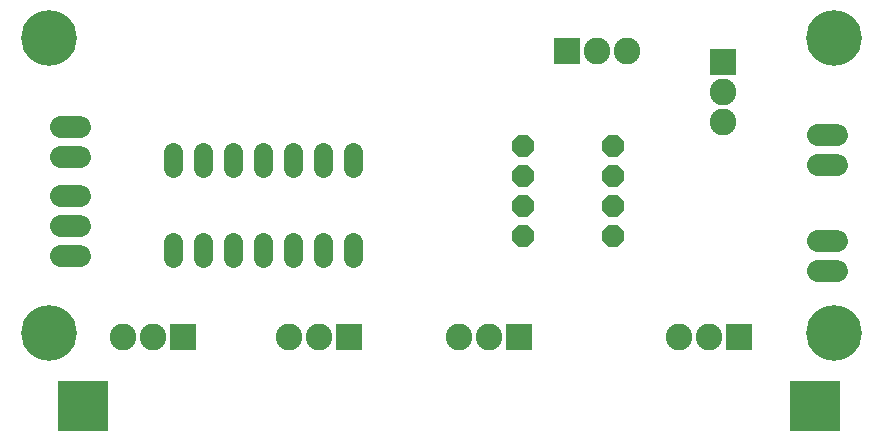
<source format=gts>
G04 EAGLE Gerber RS-274X export*
G75*
%MOMM*%
%FSLAX34Y34*%
%LPD*%
%INSoldermask Top*%
%IPPOS*%
%AMOC8*
5,1,8,0,0,1.08239X$1,22.5*%
G01*
%ADD10C,1.625600*%
%ADD11P,1.951982X8X112.500000*%
%ADD12C,1.828800*%
%ADD13C,2.260600*%
%ADD14R,2.260600X2.260600*%
%ADD15R,4.219200X4.219200*%
%ADD16C,4.719200*%


D10*
X139740Y163268D02*
X139740Y177492D01*
X165140Y177492D02*
X165140Y163268D01*
X292140Y163268D02*
X292140Y177492D01*
X292140Y239468D02*
X292140Y253692D01*
X190540Y177492D02*
X190540Y163268D01*
X215940Y163268D02*
X215940Y177492D01*
X266740Y177492D02*
X266740Y163268D01*
X241340Y163268D02*
X241340Y177492D01*
X266740Y239468D02*
X266740Y253692D01*
X241340Y253692D02*
X241340Y239468D01*
X215940Y239468D02*
X215940Y253692D01*
X190540Y253692D02*
X190540Y239468D01*
X165140Y239468D02*
X165140Y253692D01*
X139740Y253692D02*
X139740Y239468D01*
D11*
X512180Y182510D03*
X512180Y207910D03*
X435980Y258710D03*
X435980Y233310D03*
X512180Y233310D03*
X512180Y258710D03*
X435980Y207910D03*
X435980Y182510D03*
D12*
X61668Y165300D02*
X45412Y165300D01*
X45412Y190700D02*
X61668Y190700D01*
X61668Y216100D02*
X45412Y216100D01*
D13*
X98100Y96720D03*
X123500Y96720D03*
D14*
X148900Y96720D03*
D13*
X382100Y96720D03*
X407500Y96720D03*
D14*
X432900Y96720D03*
D13*
X238100Y96720D03*
X263500Y96720D03*
D14*
X288900Y96720D03*
D13*
X568100Y96720D03*
X593500Y96720D03*
D14*
X618900Y96720D03*
D12*
X61668Y274520D02*
X45412Y274520D01*
X45412Y249120D02*
X61668Y249120D01*
X685872Y267450D02*
X702128Y267450D01*
X702128Y242050D02*
X685872Y242050D01*
X685872Y152790D02*
X702128Y152790D01*
X702128Y178190D02*
X685872Y178190D01*
D13*
X524150Y339000D03*
X498750Y339000D03*
D14*
X473350Y339000D03*
D13*
X605500Y278350D03*
X605500Y303750D03*
D14*
X605500Y329150D03*
D15*
X63500Y38660D03*
X683500Y38660D03*
D16*
X35000Y350000D03*
X700000Y350000D03*
X35000Y100000D03*
X700000Y100000D03*
M02*

</source>
